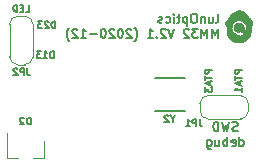
<source format=gbo>
%TF.GenerationSoftware,KiCad,Pcbnew,(5.1.8)-1*%
%TF.CreationDate,2020-12-19T10:03:23+01:00*%
%TF.ProjectId,MM32,4d4d3332-2e6b-4696-9361-645f70636258,rev?*%
%TF.SameCoordinates,Original*%
%TF.FileFunction,Legend,Bot*%
%TF.FilePolarity,Positive*%
%FSLAX46Y46*%
G04 Gerber Fmt 4.6, Leading zero omitted, Abs format (unit mm)*
G04 Created by KiCad (PCBNEW (5.1.8)-1) date 2020-12-19 10:03:23*
%MOMM*%
%LPD*%
G01*
G04 APERTURE LIST*
%ADD10C,0.127000*%
%ADD11C,0.010000*%
%ADD12C,0.120000*%
G04 APERTURE END LIST*
D10*
X139314464Y-57215314D02*
X139387035Y-57179028D01*
X139423321Y-57106457D01*
X139423321Y-56453314D01*
X138697607Y-56707314D02*
X138697607Y-57215314D01*
X139024178Y-56707314D02*
X139024178Y-57106457D01*
X138987892Y-57179028D01*
X138915321Y-57215314D01*
X138806464Y-57215314D01*
X138733892Y-57179028D01*
X138697607Y-57142742D01*
X138334750Y-56707314D02*
X138334750Y-57215314D01*
X138334750Y-56779885D02*
X138298464Y-56743600D01*
X138225892Y-56707314D01*
X138117035Y-56707314D01*
X138044464Y-56743600D01*
X138008178Y-56816171D01*
X138008178Y-57215314D01*
X137500178Y-56453314D02*
X137355035Y-56453314D01*
X137282464Y-56489600D01*
X137209892Y-56562171D01*
X137173607Y-56707314D01*
X137173607Y-56961314D01*
X137209892Y-57106457D01*
X137282464Y-57179028D01*
X137355035Y-57215314D01*
X137500178Y-57215314D01*
X137572750Y-57179028D01*
X137645321Y-57106457D01*
X137681607Y-56961314D01*
X137681607Y-56707314D01*
X137645321Y-56562171D01*
X137572750Y-56489600D01*
X137500178Y-56453314D01*
X136847035Y-56707314D02*
X136847035Y-57469314D01*
X136847035Y-56743600D02*
X136774464Y-56707314D01*
X136629321Y-56707314D01*
X136556750Y-56743600D01*
X136520464Y-56779885D01*
X136484178Y-56852457D01*
X136484178Y-57070171D01*
X136520464Y-57142742D01*
X136556750Y-57179028D01*
X136629321Y-57215314D01*
X136774464Y-57215314D01*
X136847035Y-57179028D01*
X136266464Y-56707314D02*
X135976178Y-56707314D01*
X136157607Y-56453314D02*
X136157607Y-57106457D01*
X136121321Y-57179028D01*
X136048750Y-57215314D01*
X135976178Y-57215314D01*
X135722178Y-57215314D02*
X135722178Y-56707314D01*
X135722178Y-56453314D02*
X135758464Y-56489600D01*
X135722178Y-56525885D01*
X135685892Y-56489600D01*
X135722178Y-56453314D01*
X135722178Y-56525885D01*
X135032750Y-57179028D02*
X135105321Y-57215314D01*
X135250464Y-57215314D01*
X135323035Y-57179028D01*
X135359321Y-57142742D01*
X135395607Y-57070171D01*
X135395607Y-56852457D01*
X135359321Y-56779885D01*
X135323035Y-56743600D01*
X135250464Y-56707314D01*
X135105321Y-56707314D01*
X135032750Y-56743600D01*
X134742464Y-57179028D02*
X134669892Y-57215314D01*
X134524750Y-57215314D01*
X134452178Y-57179028D01*
X134415892Y-57106457D01*
X134415892Y-57070171D01*
X134452178Y-56997600D01*
X134524750Y-56961314D01*
X134633607Y-56961314D01*
X134706178Y-56925028D01*
X134742464Y-56852457D01*
X134742464Y-56816171D01*
X134706178Y-56743600D01*
X134633607Y-56707314D01*
X134524750Y-56707314D01*
X134452178Y-56743600D01*
X139423321Y-58485314D02*
X139423321Y-57723314D01*
X139169321Y-58267600D01*
X138915321Y-57723314D01*
X138915321Y-58485314D01*
X138552464Y-58485314D02*
X138552464Y-57723314D01*
X138298464Y-58267600D01*
X138044464Y-57723314D01*
X138044464Y-58485314D01*
X137754178Y-57723314D02*
X137282464Y-57723314D01*
X137536464Y-58013600D01*
X137427607Y-58013600D01*
X137355035Y-58049885D01*
X137318750Y-58086171D01*
X137282464Y-58158742D01*
X137282464Y-58340171D01*
X137318750Y-58412742D01*
X137355035Y-58449028D01*
X137427607Y-58485314D01*
X137645321Y-58485314D01*
X137717892Y-58449028D01*
X137754178Y-58412742D01*
X136992178Y-57795885D02*
X136955892Y-57759600D01*
X136883321Y-57723314D01*
X136701892Y-57723314D01*
X136629321Y-57759600D01*
X136593035Y-57795885D01*
X136556750Y-57868457D01*
X136556750Y-57941028D01*
X136593035Y-58049885D01*
X137028464Y-58485314D01*
X136556750Y-58485314D01*
X135758464Y-57723314D02*
X135504464Y-58485314D01*
X135250464Y-57723314D01*
X135032750Y-57795885D02*
X134996464Y-57759600D01*
X134923892Y-57723314D01*
X134742464Y-57723314D01*
X134669892Y-57759600D01*
X134633607Y-57795885D01*
X134597321Y-57868457D01*
X134597321Y-57941028D01*
X134633607Y-58049885D01*
X135069035Y-58485314D01*
X134597321Y-58485314D01*
X134270750Y-58412742D02*
X134234464Y-58449028D01*
X134270750Y-58485314D01*
X134307035Y-58449028D01*
X134270750Y-58412742D01*
X134270750Y-58485314D01*
X133508750Y-58485314D02*
X133944178Y-58485314D01*
X133726464Y-58485314D02*
X133726464Y-57723314D01*
X133799035Y-57832171D01*
X133871607Y-57904742D01*
X133944178Y-57941028D01*
X132383892Y-58775600D02*
X132420178Y-58739314D01*
X132492750Y-58630457D01*
X132529035Y-58557885D01*
X132565321Y-58449028D01*
X132601607Y-58267600D01*
X132601607Y-58122457D01*
X132565321Y-57941028D01*
X132529035Y-57832171D01*
X132492750Y-57759600D01*
X132420178Y-57650742D01*
X132383892Y-57614457D01*
X132129892Y-57795885D02*
X132093607Y-57759600D01*
X132021035Y-57723314D01*
X131839607Y-57723314D01*
X131767035Y-57759600D01*
X131730750Y-57795885D01*
X131694464Y-57868457D01*
X131694464Y-57941028D01*
X131730750Y-58049885D01*
X132166178Y-58485314D01*
X131694464Y-58485314D01*
X131222750Y-57723314D02*
X131150178Y-57723314D01*
X131077607Y-57759600D01*
X131041321Y-57795885D01*
X131005035Y-57868457D01*
X130968750Y-58013600D01*
X130968750Y-58195028D01*
X131005035Y-58340171D01*
X131041321Y-58412742D01*
X131077607Y-58449028D01*
X131150178Y-58485314D01*
X131222750Y-58485314D01*
X131295321Y-58449028D01*
X131331607Y-58412742D01*
X131367892Y-58340171D01*
X131404178Y-58195028D01*
X131404178Y-58013600D01*
X131367892Y-57868457D01*
X131331607Y-57795885D01*
X131295321Y-57759600D01*
X131222750Y-57723314D01*
X130678464Y-57795885D02*
X130642178Y-57759600D01*
X130569607Y-57723314D01*
X130388178Y-57723314D01*
X130315607Y-57759600D01*
X130279321Y-57795885D01*
X130243035Y-57868457D01*
X130243035Y-57941028D01*
X130279321Y-58049885D01*
X130714750Y-58485314D01*
X130243035Y-58485314D01*
X129771321Y-57723314D02*
X129698750Y-57723314D01*
X129626178Y-57759600D01*
X129589892Y-57795885D01*
X129553607Y-57868457D01*
X129517321Y-58013600D01*
X129517321Y-58195028D01*
X129553607Y-58340171D01*
X129589892Y-58412742D01*
X129626178Y-58449028D01*
X129698750Y-58485314D01*
X129771321Y-58485314D01*
X129843892Y-58449028D01*
X129880178Y-58412742D01*
X129916464Y-58340171D01*
X129952750Y-58195028D01*
X129952750Y-58013600D01*
X129916464Y-57868457D01*
X129880178Y-57795885D01*
X129843892Y-57759600D01*
X129771321Y-57723314D01*
X129190750Y-58195028D02*
X128610178Y-58195028D01*
X127848178Y-58485314D02*
X128283607Y-58485314D01*
X128065892Y-58485314D02*
X128065892Y-57723314D01*
X128138464Y-57832171D01*
X128211035Y-57904742D01*
X128283607Y-57941028D01*
X127557892Y-57795885D02*
X127521607Y-57759600D01*
X127449035Y-57723314D01*
X127267607Y-57723314D01*
X127195035Y-57759600D01*
X127158750Y-57795885D01*
X127122464Y-57868457D01*
X127122464Y-57941028D01*
X127158750Y-58049885D01*
X127594178Y-58485314D01*
X127122464Y-58485314D01*
X126868464Y-58775600D02*
X126832178Y-58739314D01*
X126759607Y-58630457D01*
X126723321Y-58557885D01*
X126687035Y-58449028D01*
X126650750Y-58267600D01*
X126650750Y-58122457D01*
X126687035Y-57941028D01*
X126723321Y-57832171D01*
X126759607Y-57759600D01*
X126832178Y-57650742D01*
X126868464Y-57614457D01*
X141115142Y-66343348D02*
X141006285Y-66379634D01*
X140824857Y-66379634D01*
X140752285Y-66343348D01*
X140716000Y-66307062D01*
X140679714Y-66234491D01*
X140679714Y-66161920D01*
X140716000Y-66089348D01*
X140752285Y-66053062D01*
X140824857Y-66016777D01*
X140970000Y-65980491D01*
X141042571Y-65944205D01*
X141078857Y-65907920D01*
X141115142Y-65835348D01*
X141115142Y-65762777D01*
X141078857Y-65690205D01*
X141042571Y-65653920D01*
X140970000Y-65617634D01*
X140788571Y-65617634D01*
X140679714Y-65653920D01*
X140425714Y-65617634D02*
X140244285Y-66379634D01*
X140099142Y-65835348D01*
X139954000Y-66379634D01*
X139772571Y-65617634D01*
X139482285Y-66379634D02*
X139482285Y-65617634D01*
X139300857Y-65617634D01*
X139192000Y-65653920D01*
X139119428Y-65726491D01*
X139083142Y-65799062D01*
X139046857Y-65944205D01*
X139046857Y-66053062D01*
X139083142Y-66198205D01*
X139119428Y-66270777D01*
X139192000Y-66343348D01*
X139300857Y-66379634D01*
X139482285Y-66379634D01*
X141278428Y-67649634D02*
X141278428Y-66887634D01*
X141278428Y-67613348D02*
X141351000Y-67649634D01*
X141496142Y-67649634D01*
X141568714Y-67613348D01*
X141605000Y-67577062D01*
X141641285Y-67504491D01*
X141641285Y-67286777D01*
X141605000Y-67214205D01*
X141568714Y-67177920D01*
X141496142Y-67141634D01*
X141351000Y-67141634D01*
X141278428Y-67177920D01*
X140625285Y-67613348D02*
X140697857Y-67649634D01*
X140843000Y-67649634D01*
X140915571Y-67613348D01*
X140951857Y-67540777D01*
X140951857Y-67250491D01*
X140915571Y-67177920D01*
X140843000Y-67141634D01*
X140697857Y-67141634D01*
X140625285Y-67177920D01*
X140589000Y-67250491D01*
X140589000Y-67323062D01*
X140951857Y-67395634D01*
X140262428Y-67649634D02*
X140262428Y-66887634D01*
X140262428Y-67177920D02*
X140189857Y-67141634D01*
X140044714Y-67141634D01*
X139972142Y-67177920D01*
X139935857Y-67214205D01*
X139899571Y-67286777D01*
X139899571Y-67504491D01*
X139935857Y-67577062D01*
X139972142Y-67613348D01*
X140044714Y-67649634D01*
X140189857Y-67649634D01*
X140262428Y-67613348D01*
X139246428Y-67141634D02*
X139246428Y-67649634D01*
X139573000Y-67141634D02*
X139573000Y-67540777D01*
X139536714Y-67613348D01*
X139464142Y-67649634D01*
X139355285Y-67649634D01*
X139282714Y-67613348D01*
X139246428Y-67577062D01*
X138557000Y-67141634D02*
X138557000Y-67758491D01*
X138593285Y-67831062D01*
X138629571Y-67867348D01*
X138702142Y-67903634D01*
X138811000Y-67903634D01*
X138883571Y-67867348D01*
X138557000Y-67613348D02*
X138629571Y-67649634D01*
X138774714Y-67649634D01*
X138847285Y-67613348D01*
X138883571Y-67577062D01*
X138919857Y-67504491D01*
X138919857Y-67286777D01*
X138883571Y-67214205D01*
X138847285Y-67177920D01*
X138774714Y-67141634D01*
X138629571Y-67141634D01*
X138557000Y-67177920D01*
X141488280Y-61198880D02*
X140904080Y-61198880D01*
X140904080Y-61421433D01*
X140931900Y-61477071D01*
X140959719Y-61504890D01*
X141015357Y-61532709D01*
X141098814Y-61532709D01*
X141154452Y-61504890D01*
X141182271Y-61477071D01*
X141210090Y-61421433D01*
X141210090Y-61198880D01*
X140904080Y-61699623D02*
X140904080Y-62033452D01*
X141488280Y-61866538D02*
X140904080Y-61866538D01*
X141321366Y-62200366D02*
X141321366Y-62478557D01*
X141488280Y-62144728D02*
X140904080Y-62339461D01*
X141488280Y-62534195D01*
X141488280Y-63034938D02*
X141488280Y-62701109D01*
X141488280Y-62868023D02*
X140904080Y-62868023D01*
X140987538Y-62812385D01*
X141043176Y-62756747D01*
X141070995Y-62701109D01*
X138948280Y-61198880D02*
X138364080Y-61198880D01*
X138364080Y-61421433D01*
X138391900Y-61477071D01*
X138419719Y-61504890D01*
X138475357Y-61532709D01*
X138558814Y-61532709D01*
X138614452Y-61504890D01*
X138642271Y-61477071D01*
X138670090Y-61421433D01*
X138670090Y-61198880D01*
X138364080Y-61699623D02*
X138364080Y-62033452D01*
X138948280Y-61866538D02*
X138364080Y-61866538D01*
X138781366Y-62200366D02*
X138781366Y-62478557D01*
X138948280Y-62144728D02*
X138364080Y-62339461D01*
X138948280Y-62534195D01*
X138364080Y-62673290D02*
X138364080Y-63034938D01*
X138586633Y-62840204D01*
X138586633Y-62923661D01*
X138614452Y-62979300D01*
X138642271Y-63007119D01*
X138697909Y-63034938D01*
X138837004Y-63034938D01*
X138892642Y-63007119D01*
X138920461Y-62979300D01*
X138948280Y-62923661D01*
X138948280Y-62756747D01*
X138920461Y-62701109D01*
X138892642Y-62673290D01*
X123184557Y-56271280D02*
X123462747Y-56271280D01*
X123462747Y-55687080D01*
X122989823Y-55965271D02*
X122795090Y-55965271D01*
X122711633Y-56271280D02*
X122989823Y-56271280D01*
X122989823Y-55687080D01*
X122711633Y-55687080D01*
X122461261Y-56271280D02*
X122461261Y-55687080D01*
X122322166Y-55687080D01*
X122238709Y-55714900D01*
X122183071Y-55770538D01*
X122155252Y-55826176D01*
X122127433Y-55937452D01*
X122127433Y-56020909D01*
X122155252Y-56132185D01*
X122183071Y-56187823D01*
X122238709Y-56243461D01*
X122322166Y-56271280D01*
X122461261Y-56271280D01*
X125550385Y-60208280D02*
X125550385Y-59624080D01*
X125411290Y-59624080D01*
X125327833Y-59651900D01*
X125272195Y-59707538D01*
X125244376Y-59763176D01*
X125216557Y-59874452D01*
X125216557Y-59957909D01*
X125244376Y-60069185D01*
X125272195Y-60124823D01*
X125327833Y-60180461D01*
X125411290Y-60208280D01*
X125550385Y-60208280D01*
X124660176Y-60208280D02*
X124994004Y-60208280D01*
X124827090Y-60208280D02*
X124827090Y-59624080D01*
X124882728Y-59707538D01*
X124938366Y-59763176D01*
X124994004Y-59790995D01*
X124465442Y-59624080D02*
X124103795Y-59624080D01*
X124298528Y-59846633D01*
X124215071Y-59846633D01*
X124159433Y-59874452D01*
X124131614Y-59902271D01*
X124103795Y-59957909D01*
X124103795Y-60097004D01*
X124131614Y-60152642D01*
X124159433Y-60180461D01*
X124215071Y-60208280D01*
X124381985Y-60208280D01*
X124437623Y-60180461D01*
X124465442Y-60152642D01*
X125677385Y-57668280D02*
X125677385Y-57084080D01*
X125538290Y-57084080D01*
X125454833Y-57111900D01*
X125399195Y-57167538D01*
X125371376Y-57223176D01*
X125343557Y-57334452D01*
X125343557Y-57417909D01*
X125371376Y-57529185D01*
X125399195Y-57584823D01*
X125454833Y-57640461D01*
X125538290Y-57668280D01*
X125677385Y-57668280D01*
X125121004Y-57139719D02*
X125093185Y-57111900D01*
X125037547Y-57084080D01*
X124898452Y-57084080D01*
X124842814Y-57111900D01*
X124814995Y-57139719D01*
X124787176Y-57195357D01*
X124787176Y-57250995D01*
X124814995Y-57334452D01*
X125148823Y-57668280D01*
X124787176Y-57668280D01*
X124592442Y-57084080D02*
X124230795Y-57084080D01*
X124425528Y-57306633D01*
X124342071Y-57306633D01*
X124286433Y-57334452D01*
X124258614Y-57362271D01*
X124230795Y-57417909D01*
X124230795Y-57557004D01*
X124258614Y-57612642D01*
X124286433Y-57640461D01*
X124342071Y-57668280D01*
X124508985Y-57668280D01*
X124564623Y-57640461D01*
X124592442Y-57612642D01*
D11*
%TO.C,e*%
G36*
X141472889Y-58825488D02*
G01*
X141647908Y-58771117D01*
X141808676Y-58689516D01*
X141949445Y-58581264D01*
X142064471Y-58446938D01*
X142104895Y-58380736D01*
X142161997Y-58255359D01*
X142200022Y-58119984D01*
X142221082Y-57964359D01*
X142227300Y-57786449D01*
X142227965Y-57680737D01*
X142231151Y-57607155D01*
X142238641Y-57555509D01*
X142252223Y-57515600D01*
X142273680Y-57477234D01*
X142284296Y-57460899D01*
X142333796Y-57352986D01*
X142353046Y-57233082D01*
X142340960Y-57115621D01*
X142315495Y-57046850D01*
X142266959Y-56973064D01*
X142202163Y-56901896D01*
X142133645Y-56845584D01*
X142081576Y-56818458D01*
X142047960Y-56791159D01*
X142009153Y-56734488D01*
X141985665Y-56688627D01*
X141909365Y-56563268D01*
X141800717Y-56441961D01*
X141669382Y-56333974D01*
X141528800Y-56250404D01*
X141385825Y-56191135D01*
X141260043Y-56163249D01*
X141141651Y-56165520D01*
X141041730Y-56189511D01*
X140864807Y-56266120D01*
X140706584Y-56371025D01*
X140574014Y-56498416D01*
X140474046Y-56642478D01*
X140455175Y-56679963D01*
X140406321Y-56768206D01*
X140358599Y-56819029D01*
X140338707Y-56830052D01*
X140270686Y-56873820D01*
X140199744Y-56943619D01*
X140137464Y-57025713D01*
X140095434Y-57106364D01*
X140089076Y-57126052D01*
X140075235Y-57242075D01*
X140098468Y-57358357D01*
X140148385Y-57463266D01*
X140173484Y-57509217D01*
X140189292Y-57550935D01*
X140197551Y-57599607D01*
X140198781Y-57633129D01*
X140598818Y-57633129D01*
X140615018Y-57485143D01*
X140661738Y-57341855D01*
X140735556Y-57215561D01*
X140788439Y-57155898D01*
X140903844Y-57073035D01*
X141040909Y-57019077D01*
X141188867Y-56995710D01*
X141336953Y-57004620D01*
X141474402Y-57047494D01*
X141475884Y-57048193D01*
X141609497Y-57133815D01*
X141715795Y-57247973D01*
X141790516Y-57384064D01*
X141829395Y-57535484D01*
X141834022Y-57602883D01*
X141827999Y-57702298D01*
X141805488Y-57765743D01*
X141764497Y-57797023D01*
X141729884Y-57801933D01*
X141672778Y-57784829D01*
X141640032Y-57733370D01*
X141631512Y-57647334D01*
X141631878Y-57638848D01*
X141624405Y-57545421D01*
X141589205Y-57445378D01*
X141581266Y-57428700D01*
X141508967Y-57323070D01*
X141415761Y-57249023D01*
X141308997Y-57206618D01*
X141196027Y-57195915D01*
X141084200Y-57216973D01*
X140980866Y-57269853D01*
X140893374Y-57354615D01*
X140850539Y-57422753D01*
X140816627Y-57531207D01*
X140813490Y-57651527D01*
X140839328Y-57769578D01*
X140892341Y-57871228D01*
X140910482Y-57893369D01*
X140966825Y-57939326D01*
X141041473Y-57980422D01*
X141115966Y-58007632D01*
X141156381Y-58013600D01*
X141189098Y-58009113D01*
X141205938Y-57988181D01*
X141213763Y-57939597D01*
X141215432Y-57917157D01*
X141221884Y-57820714D01*
X141416902Y-57964782D01*
X141494203Y-58023100D01*
X141557154Y-58072899D01*
X141598903Y-58108600D01*
X141612694Y-58124168D01*
X141597093Y-58142206D01*
X141554106Y-58179755D01*
X141490428Y-58231217D01*
X141417675Y-58287281D01*
X141221884Y-58435076D01*
X141215576Y-58332763D01*
X141209268Y-58230451D01*
X141108480Y-58217081D01*
X140976822Y-58179538D01*
X140853064Y-58107136D01*
X140745491Y-58007349D01*
X140662393Y-57887648D01*
X140616561Y-57773513D01*
X140598818Y-57633129D01*
X140198781Y-57633129D01*
X140200003Y-57666420D01*
X140198389Y-57762563D01*
X140197877Y-57781162D01*
X140202899Y-57988203D01*
X140232039Y-58165775D01*
X140287470Y-58320607D01*
X140371362Y-58459432D01*
X140445244Y-58547555D01*
X140585113Y-58668689D01*
X140745205Y-58759127D01*
X140919775Y-58819449D01*
X141103076Y-58850232D01*
X141289362Y-58852052D01*
X141472889Y-58825488D01*
G37*
X141472889Y-58825488D02*
X141647908Y-58771117D01*
X141808676Y-58689516D01*
X141949445Y-58581264D01*
X142064471Y-58446938D01*
X142104895Y-58380736D01*
X142161997Y-58255359D01*
X142200022Y-58119984D01*
X142221082Y-57964359D01*
X142227300Y-57786449D01*
X142227965Y-57680737D01*
X142231151Y-57607155D01*
X142238641Y-57555509D01*
X142252223Y-57515600D01*
X142273680Y-57477234D01*
X142284296Y-57460899D01*
X142333796Y-57352986D01*
X142353046Y-57233082D01*
X142340960Y-57115621D01*
X142315495Y-57046850D01*
X142266959Y-56973064D01*
X142202163Y-56901896D01*
X142133645Y-56845584D01*
X142081576Y-56818458D01*
X142047960Y-56791159D01*
X142009153Y-56734488D01*
X141985665Y-56688627D01*
X141909365Y-56563268D01*
X141800717Y-56441961D01*
X141669382Y-56333974D01*
X141528800Y-56250404D01*
X141385825Y-56191135D01*
X141260043Y-56163249D01*
X141141651Y-56165520D01*
X141041730Y-56189511D01*
X140864807Y-56266120D01*
X140706584Y-56371025D01*
X140574014Y-56498416D01*
X140474046Y-56642478D01*
X140455175Y-56679963D01*
X140406321Y-56768206D01*
X140358599Y-56819029D01*
X140338707Y-56830052D01*
X140270686Y-56873820D01*
X140199744Y-56943619D01*
X140137464Y-57025713D01*
X140095434Y-57106364D01*
X140089076Y-57126052D01*
X140075235Y-57242075D01*
X140098468Y-57358357D01*
X140148385Y-57463266D01*
X140173484Y-57509217D01*
X140189292Y-57550935D01*
X140197551Y-57599607D01*
X140198781Y-57633129D01*
X140598818Y-57633129D01*
X140615018Y-57485143D01*
X140661738Y-57341855D01*
X140735556Y-57215561D01*
X140788439Y-57155898D01*
X140903844Y-57073035D01*
X141040909Y-57019077D01*
X141188867Y-56995710D01*
X141336953Y-57004620D01*
X141474402Y-57047494D01*
X141475884Y-57048193D01*
X141609497Y-57133815D01*
X141715795Y-57247973D01*
X141790516Y-57384064D01*
X141829395Y-57535484D01*
X141834022Y-57602883D01*
X141827999Y-57702298D01*
X141805488Y-57765743D01*
X141764497Y-57797023D01*
X141729884Y-57801933D01*
X141672778Y-57784829D01*
X141640032Y-57733370D01*
X141631512Y-57647334D01*
X141631878Y-57638848D01*
X141624405Y-57545421D01*
X141589205Y-57445378D01*
X141581266Y-57428700D01*
X141508967Y-57323070D01*
X141415761Y-57249023D01*
X141308997Y-57206618D01*
X141196027Y-57195915D01*
X141084200Y-57216973D01*
X140980866Y-57269853D01*
X140893374Y-57354615D01*
X140850539Y-57422753D01*
X140816627Y-57531207D01*
X140813490Y-57651527D01*
X140839328Y-57769578D01*
X140892341Y-57871228D01*
X140910482Y-57893369D01*
X140966825Y-57939326D01*
X141041473Y-57980422D01*
X141115966Y-58007632D01*
X141156381Y-58013600D01*
X141189098Y-58009113D01*
X141205938Y-57988181D01*
X141213763Y-57939597D01*
X141215432Y-57917157D01*
X141221884Y-57820714D01*
X141416902Y-57964782D01*
X141494203Y-58023100D01*
X141557154Y-58072899D01*
X141598903Y-58108600D01*
X141612694Y-58124168D01*
X141597093Y-58142206D01*
X141554106Y-58179755D01*
X141490428Y-58231217D01*
X141417675Y-58287281D01*
X141221884Y-58435076D01*
X141215576Y-58332763D01*
X141209268Y-58230451D01*
X141108480Y-58217081D01*
X140976822Y-58179538D01*
X140853064Y-58107136D01*
X140745491Y-58007349D01*
X140662393Y-57887648D01*
X140616561Y-57773513D01*
X140598818Y-57633129D01*
X140198781Y-57633129D01*
X140200003Y-57666420D01*
X140198389Y-57762563D01*
X140197877Y-57781162D01*
X140202899Y-57988203D01*
X140232039Y-58165775D01*
X140287470Y-58320607D01*
X140371362Y-58459432D01*
X140445244Y-58547555D01*
X140585113Y-58668689D01*
X140745205Y-58759127D01*
X140919775Y-58819449D01*
X141103076Y-58850232D01*
X141289362Y-58852052D01*
X141472889Y-58825488D01*
D12*
%TO.C,JP1*%
X142029400Y-64663600D02*
X142029400Y-64063600D01*
X138579400Y-65363600D02*
X141379400Y-65363600D01*
X137929400Y-64063600D02*
X137929400Y-64663600D01*
X141379400Y-63363600D02*
X138579400Y-63363600D01*
X142029400Y-64063600D02*
G75*
G03*
X141329400Y-63363600I-700000J0D01*
G01*
X141329400Y-65363600D02*
G75*
G03*
X142029400Y-64663600I0J700000D01*
G01*
X137929400Y-64663600D02*
G75*
G03*
X138629400Y-65363600I700000J0D01*
G01*
X138629400Y-63363600D02*
G75*
G03*
X137929400Y-64063600I0J-700000D01*
G01*
D10*
%TO.C,Y2*%
X136657400Y-64691400D02*
X134157400Y-64691400D01*
X134157400Y-61851400D02*
X136657400Y-61851400D01*
D12*
%TO.C,D2*%
X124744600Y-68695600D02*
X123814600Y-68695600D01*
X121584600Y-68695600D02*
X122514600Y-68695600D01*
X121584600Y-68695600D02*
X121584600Y-66535600D01*
X124744600Y-68695600D02*
X124744600Y-67235600D01*
%TO.C,JP2*%
X122509000Y-60754000D02*
X123109000Y-60754000D01*
X121809000Y-57304000D02*
X121809000Y-60104000D01*
X123109000Y-56654000D02*
X122509000Y-56654000D01*
X123809000Y-60104000D02*
X123809000Y-57304000D01*
X123109000Y-60754000D02*
G75*
G03*
X123809000Y-60054000I0J700000D01*
G01*
X121809000Y-60054000D02*
G75*
G03*
X122509000Y-60754000I700000J0D01*
G01*
X122509000Y-56654000D02*
G75*
G03*
X121809000Y-57354000I0J-700000D01*
G01*
X123809000Y-57354000D02*
G75*
G03*
X123109000Y-56654000I-700000J0D01*
G01*
%TD*%
%TO.C,JP1*%
D10*
X137905913Y-65394960D02*
X137905913Y-65812246D01*
X137933732Y-65895703D01*
X137989370Y-65951341D01*
X138072827Y-65979160D01*
X138128465Y-65979160D01*
X137627722Y-65979160D02*
X137627722Y-65394960D01*
X137405170Y-65394960D01*
X137349532Y-65422780D01*
X137321713Y-65450599D01*
X137293894Y-65506237D01*
X137293894Y-65589694D01*
X137321713Y-65645332D01*
X137349532Y-65673151D01*
X137405170Y-65700970D01*
X137627722Y-65700970D01*
X136737513Y-65979160D02*
X137071341Y-65979160D01*
X136904427Y-65979160D02*
X136904427Y-65394960D01*
X136960065Y-65478418D01*
X137015703Y-65534056D01*
X137071341Y-65561875D01*
%TO.C,Y2*%
X135625590Y-65365490D02*
X135625590Y-65643680D01*
X135820323Y-65059480D02*
X135625590Y-65365490D01*
X135430857Y-65059480D01*
X135263942Y-65115119D02*
X135236123Y-65087300D01*
X135180485Y-65059480D01*
X135041390Y-65059480D01*
X134985752Y-65087300D01*
X134957933Y-65115119D01*
X134930114Y-65170757D01*
X134930114Y-65226395D01*
X134957933Y-65309852D01*
X135291761Y-65643680D01*
X134930114Y-65643680D01*
%TO.C,D2*%
X123595795Y-65821680D02*
X123595795Y-65237480D01*
X123456700Y-65237480D01*
X123373242Y-65265300D01*
X123317604Y-65320938D01*
X123289785Y-65376576D01*
X123261966Y-65487852D01*
X123261966Y-65571309D01*
X123289785Y-65682585D01*
X123317604Y-65738223D01*
X123373242Y-65793861D01*
X123456700Y-65821680D01*
X123595795Y-65821680D01*
X123039414Y-65293119D02*
X123011595Y-65265300D01*
X122955957Y-65237480D01*
X122816861Y-65237480D01*
X122761223Y-65265300D01*
X122733404Y-65293119D01*
X122705585Y-65348757D01*
X122705585Y-65404395D01*
X122733404Y-65487852D01*
X123067233Y-65821680D01*
X122705585Y-65821680D01*
%TO.C,JP2*%
X123295833Y-61071880D02*
X123295833Y-61489166D01*
X123323652Y-61572623D01*
X123379290Y-61628261D01*
X123462747Y-61656080D01*
X123518385Y-61656080D01*
X123017642Y-61656080D02*
X123017642Y-61071880D01*
X122795090Y-61071880D01*
X122739452Y-61099700D01*
X122711633Y-61127519D01*
X122683814Y-61183157D01*
X122683814Y-61266614D01*
X122711633Y-61322252D01*
X122739452Y-61350071D01*
X122795090Y-61377890D01*
X123017642Y-61377890D01*
X122461261Y-61127519D02*
X122433442Y-61099700D01*
X122377804Y-61071880D01*
X122238709Y-61071880D01*
X122183071Y-61099700D01*
X122155252Y-61127519D01*
X122127433Y-61183157D01*
X122127433Y-61238795D01*
X122155252Y-61322252D01*
X122489080Y-61656080D01*
X122127433Y-61656080D01*
%TD*%
M02*

</source>
